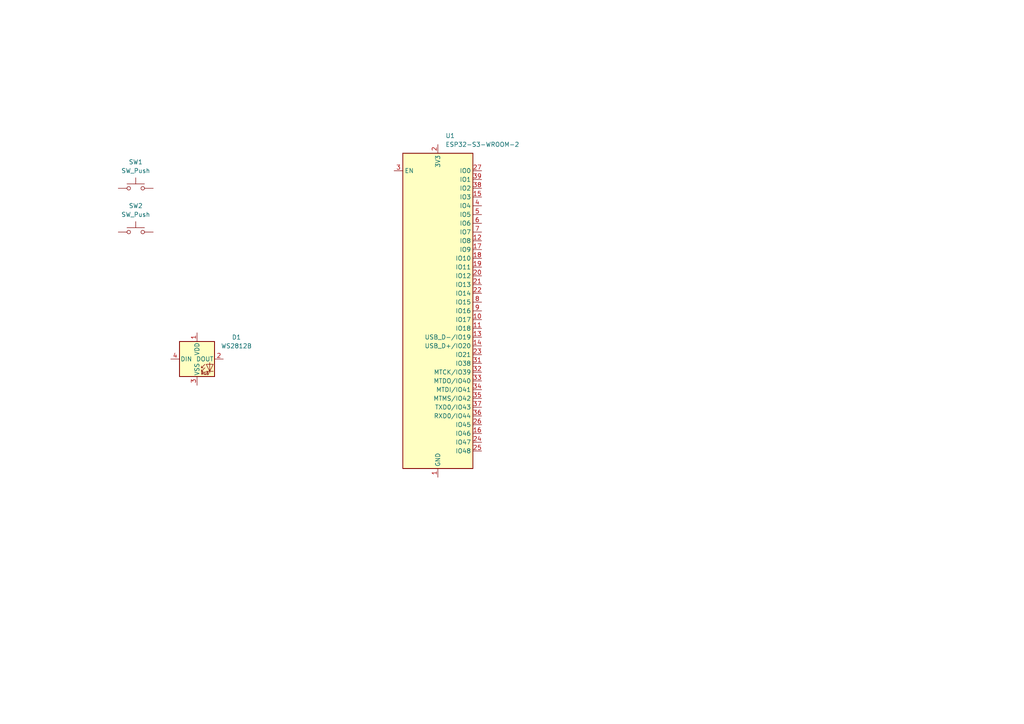
<source format=kicad_sch>
(kicad_sch (version 20231120) (generator "eeschema") (generator_version "8.0")
  (paper "A4")
  (title_block (title "Controller - Exhaust Fan Portable") (date "2025-12-28") (rev "1.0.0"))
  (lib_symbols
    (symbol "LED:WS2812B" (pin_names (offset 0.254))
      (property "Reference" "D" (at 5.08 5.715 0))
      (property "Value" "WS2812B" (at 1.27 -5.715 0))
      (symbol "WS2812B_0_0"
        (text "RGB" (at 2.286 -4.191 0) (effects (font (size 0.762 0.762))))
      )
      (symbol "WS2812B_0_1"
        (polyline (pts (xy 1.27 -3.556) (xy 1.778 -3.556)))
        (polyline (pts (xy 1.27 -2.54) (xy 1.778 -2.54)))
        (polyline (pts (xy 4.699 -3.556) (xy 2.667 -3.556)))
        (polyline (pts (xy 2.286 -2.54) (xy 1.27 -3.556) (xy 1.27 -3.048)))
        (polyline (pts (xy 2.286 -1.524) (xy 1.27 -2.54) (xy 1.27 -2.032)))
        (polyline (pts (xy 3.683 -1.016) (xy 3.683 -3.556) (xy 3.683 -4.064)))
        (polyline (pts (xy 4.699 -1.524) (xy 2.667 -1.524) (xy 3.683 -3.556) (xy 4.699 -1.524)))
        (rectangle (start 5.08 5.08) (end -5.08 -5.08) (stroke (width 0.254)) (fill (type background)))
      )
      (symbol "WS2812B_1_1"
        (pin power_in line (at 0 7.62 270) (length 2.54) (name "VDD") (number "1"))
        (pin output line (at 7.62 0 180) (length 2.54) (name "DOUT") (number "2"))
        (pin power_in line (at 0 -7.62 90) (length 2.54) (name "VSS") (number "3"))
        (pin input line (at -7.62 0 0) (length 2.54) (name "DIN") (number "4"))
      )
    )
    (symbol "RF_Module:ESP32-S3-WROOM-2"
      (property "Reference" "U" (at -10.16 45.72 0))
      (property "Value" "ESP32-S3-WROOM-2" (at 2.54 45.72 0))
      (symbol "ESP32-S3-WROOM-2_0_1"
        (rectangle (start -10.16 45.72) (end 10.16 -45.72) (stroke (width 0.254)) (fill (type background)))
      )
      (symbol "ESP32-S3-WROOM-2_1_1"
        (pin power_in line (at 0 -48.26 90) (length 2.54) (name "GND") (number "1"))
        (pin bidirectional line (at 12.7 -2.54 180) (length 2.54) (name "IO17") (number "10"))
        (pin bidirectional line (at 12.7 -5.08 180) (length 2.54) (name "IO18") (number "11"))
        (pin bidirectional line (at 12.7 20.32 180) (length 2.54) (name "IO8") (number "12"))
        (pin bidirectional line (at 12.7 -7.62 180) (length 2.54) (name "USB_D-/IO19") (number "13"))
        (pin bidirectional line (at 12.7 -10.16 180) (length 2.54) (name "USB_D+/IO20") (number "14"))
        (pin bidirectional line (at 12.7 33.02 180) (length 2.54) (name "IO3") (number "15"))
        (pin bidirectional line (at 12.7 -35.56 180) (length 2.54) (name "IO46") (number "16"))
        (pin bidirectional line (at 12.7 17.78 180) (length 2.54) (name "IO9") (number "17"))
        (pin bidirectional line (at 12.7 15.24 180) (length 2.54) (name "IO10") (number "18"))
        (pin bidirectional line (at 12.7 12.7 180) (length 2.54) (name "IO11") (number "19"))
        (pin power_in line (at 0 48.26 270) (length 2.54) (name "3V3") (number "2"))
        (pin bidirectional line (at 12.7 10.16 180) (length 2.54) (name "IO12") (number "20"))
        (pin bidirectional line (at 12.7 7.62 180) (length 2.54) (name "IO13") (number "21"))
        (pin bidirectional line (at 12.7 5.08 180) (length 2.54) (name "IO14") (number "22"))
        (pin bidirectional line (at 12.7 -12.7 180) (length 2.54) (name "IO21") (number "23"))
        (pin bidirectional line (at 12.7 -38.1 180) (length 2.54) (name "IO47") (number "24"))
        (pin bidirectional line (at 12.7 -40.64 180) (length 2.54) (name "IO48") (number "25"))
        (pin bidirectional line (at 12.7 -33.02 180) (length 2.54) (name "IO45") (number "26"))
        (pin bidirectional line (at 12.7 40.64 180) (length 2.54) (name "IO0") (number "27"))
        (pin no_connect line (at -10.16 -35.56 0) (length 2.54) hide (name "NC") (number "28"))
        (pin no_connect line (at -10.16 -38.1 0) (length 2.54) hide (name "NC") (number "29"))
        (pin input line (at -12.7 40.64 0) (length 2.54) (name "EN") (number "3"))
        (pin no_connect line (at -10.16 -40.64 0) (length 2.54) hide (name "NC") (number "30"))
        (pin bidirectional line (at 12.7 -15.24 180) (length 2.54) (name "IO38") (number "31"))
        (pin bidirectional line (at 12.7 -17.78 180) (length 2.54) (name "MTCK/IO39") (number "32"))
        (pin bidirectional line (at 12.7 -20.32 180) (length 2.54) (name "MTDO/IO40") (number "33"))
        (pin bidirectional line (at 12.7 -22.86 180) (length 2.54) (name "MTDI/IO41") (number "34"))
        (pin bidirectional line (at 12.7 -25.4 180) (length 2.54) (name "MTMS/IO42") (number "35"))
        (pin bidirectional line (at 12.7 -30.48 180) (length 2.54) (name "RXD0/IO44") (number "36"))
        (pin bidirectional line (at 12.7 -27.94 180) (length 2.54) (name "TXD0/IO43") (number "37"))
        (pin bidirectional line (at 12.7 35.56 180) (length 2.54) (name "IO2") (number "38"))
        (pin bidirectional line (at 12.7 38.1 180) (length 2.54) (name "IO1") (number "39"))
        (pin bidirectional line (at 12.7 30.48 180) (length 2.54) (name "IO4") (number "4"))
        (pin passive line (at 0 -48.26 90) (length 2.54) hide (name "GND") (number "40"))
        (pin passive line (at 0 -48.26 90) (length 2.54) hide (name "GND") (number "41"))
        (pin bidirectional line (at 12.7 27.94 180) (length 2.54) (name "IO5") (number "5"))
        (pin bidirectional line (at 12.7 25.4 180) (length 2.54) (name "IO6") (number "6"))
        (pin bidirectional line (at 12.7 22.86 180) (length 2.54) (name "IO7") (number "7"))
        (pin bidirectional line (at 12.7 2.54 180) (length 2.54) (name "IO15") (number "8"))
        (pin bidirectional line (at 12.7 0 180) (length 2.54) (name "IO16") (number "9"))
      )
    )
    (symbol "Switch:SW_Push" (pin_numbers hide) (pin_names (offset 1.016) hide)
      (property "Reference" "SW" (at 1.27 2.54 0))
      (property "Value" "SW_Push" (at 0 -1.524 0))
      (symbol "SW_Push_0_1"
        (circle (center -2.032 0) (radius 0.508))
        (polyline (pts (xy 0 1.27) (xy 0 3.048)))
        (polyline (pts (xy 2.54 1.27) (xy -2.54 1.27)))
        (circle (center 2.032 0) (radius 0.508))
        (pin passive line (at -5.08 0 0) (length 2.54) (name "1") (number "1"))
        (pin passive line (at 5.08 0 180) (length 2.54) (name "2") (number "2"))
      )
    )
  )
  (symbol (lib_id "Switch:SW_Push") (at 39.37 67.31 0) (unit 1)
    (property "Reference" "SW2" (at 39.37 59.69 0))
    (property "Value" "SW_Push" (at 39.37 62.23 0))
    (property "Description" "Push button switch, generic, two pins" (effects (hide yes)))
  )
  (symbol (lib_id "LED:WS2812B") (at 57.15 104.14 0) (unit 1)
    (property "Reference" "D1" (at 68.58 97.8214 0))
    (property "Value" "WS2812B" (at 68.58 100.3614 0))
    (property "Footprint" "LED_SMD:LED_WS2812B_PLCC4_5.0x5.0mm_P3.2mm" (effects (hide yes)))
    (property "Datasheet" "https://cdn-shop.adafruit.com/datasheets/WS2812B.pdf" (effects (hide yes)))
    (property "Description" "RGB LED with integrated controller" (effects (hide yes)))
  )
  (symbol (lib_id "Switch:SW_Push") (at 39.37 54.61 0) (unit 1)
    (property "Reference" "SW1" (at 39.37 46.99 0))
    (property "Value" "SW_Push" (at 39.37 49.53 0))
    (property "Description" "Push button switch, generic, two pins" (effects (hide yes)))
  )
  (symbol (lib_id "RF_Module:ESP32-S3-WROOM-2") (at 127 90.17 0) (unit 1)
    (property "Reference" "U1" (at 129.1941 39.37 0) (effects (justify left)))
    (property "Value" "ESP32-S3-WROOM-2" (at 129.1941 41.91 0) (effects (justify left)))
    (property "Footprint" "RF_Module:ESP32-S3-WROOM-2" (effects (hide yes)))
    (property "Datasheet" "https://www.espressif.com/sites/default/files/documentation/esp32-s3-wroom-2_datasheet_en.pdf" (effects (hide yes)))
    (property "Description" "RF Module, 2.4 GHz, Wi­-Fi, Bluetooth, BLE, ESP32­-S3R8V" (effects (hide yes)))
  )
)
</source>
